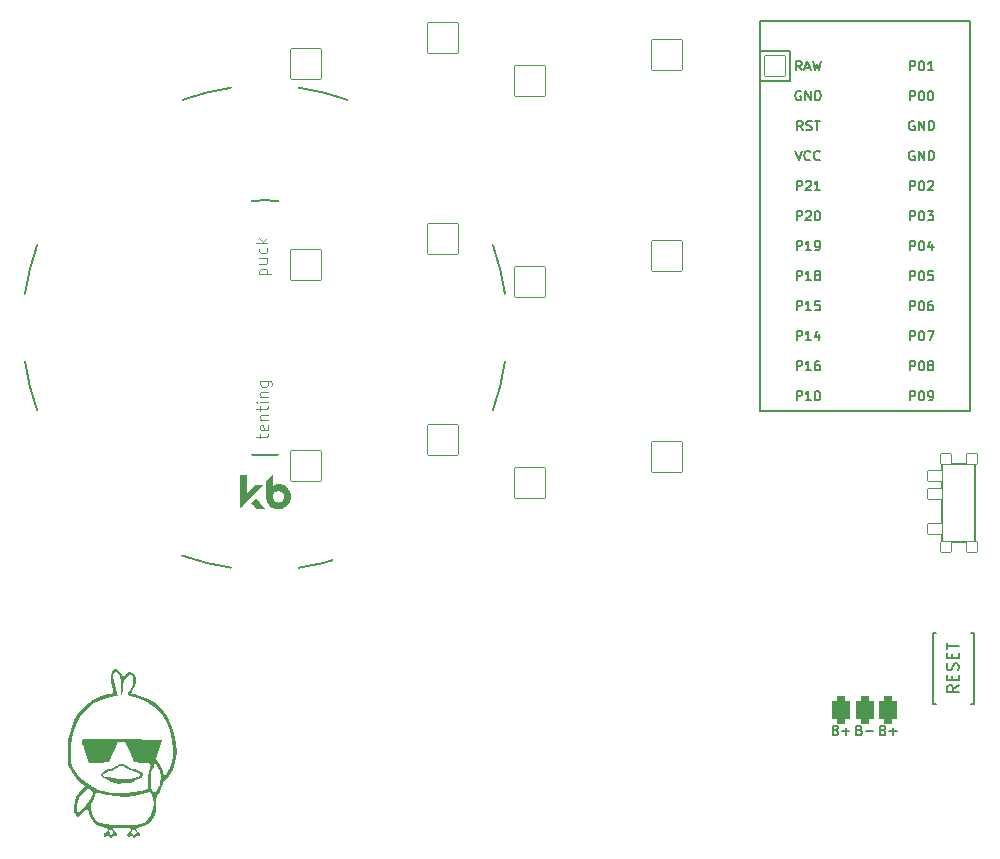
<source format=gto>
%TF.GenerationSoftware,KiCad,Pcbnew,(6.0.4)*%
%TF.CreationDate,2022-05-01T21:13:42+02:00*%
%TF.ProjectId,batta,62617474-612e-46b6-9963-61645f706362,v1.0.0*%
%TF.SameCoordinates,Original*%
%TF.FileFunction,Legend,Top*%
%TF.FilePolarity,Positive*%
%FSLAX46Y46*%
G04 Gerber Fmt 4.6, Leading zero omitted, Abs format (unit mm)*
G04 Created by KiCad (PCBNEW (6.0.4)) date 2022-05-01 21:13:42*
%MOMM*%
%LPD*%
G01*
G04 APERTURE LIST*
G04 Aperture macros list*
%AMRoundRect*
0 Rectangle with rounded corners*
0 $1 Rounding radius*
0 $2 $3 $4 $5 $6 $7 $8 $9 X,Y pos of 4 corners*
0 Add a 4 corners polygon primitive as box body*
4,1,4,$2,$3,$4,$5,$6,$7,$8,$9,$2,$3,0*
0 Add four circle primitives for the rounded corners*
1,1,$1+$1,$2,$3*
1,1,$1+$1,$4,$5*
1,1,$1+$1,$6,$7*
1,1,$1+$1,$8,$9*
0 Add four rect primitives between the rounded corners*
20,1,$1+$1,$2,$3,$4,$5,0*
20,1,$1+$1,$4,$5,$6,$7,0*
20,1,$1+$1,$6,$7,$8,$9,0*
20,1,$1+$1,$8,$9,$2,$3,0*%
G04 Aperture macros list end*
%ADD10C,0.150000*%
%ADD11C,0.100000*%
%ADD12C,0.200000*%
%ADD13C,0.010000*%
%ADD14C,1.752600*%
%ADD15R,1.752600X1.752600*%
%ADD16RoundRect,0.375000X-0.375000X-0.750000X0.375000X-0.750000X0.375000X0.750000X-0.375000X0.750000X0*%
%ADD17C,2.000000*%
%ADD18C,1.852600*%
%ADD19RoundRect,0.050000X-0.876300X0.876300X-0.876300X-0.876300X0.876300X-0.876300X0.876300X0.876300X0*%
%ADD20RoundRect,0.050000X-0.450000X0.450000X-0.450000X-0.450000X0.450000X-0.450000X0.450000X0.450000X0*%
%ADD21RoundRect,0.050000X-0.625000X0.450000X-0.625000X-0.450000X0.625000X-0.450000X0.625000X0.450000X0*%
%ADD22RoundRect,0.425000X-0.375000X-0.750000X0.375000X-0.750000X0.375000X0.750000X-0.375000X0.750000X0*%
%ADD23C,2.100000*%
%ADD24C,3.100000*%
%ADD25C,1.801800*%
%ADD26C,3.529000*%
%ADD27RoundRect,0.050000X-1.054507X-1.505993X1.505993X-1.054507X1.054507X1.505993X-1.505993X1.054507X0*%
%ADD28C,2.132000*%
%ADD29RoundRect,0.050000X-1.181751X-1.408356X1.408356X-1.181751X1.181751X1.408356X-1.408356X1.181751X0*%
%ADD30RoundRect,0.050000X-1.300000X-1.300000X1.300000X-1.300000X1.300000X1.300000X-1.300000X1.300000X0*%
%ADD31RoundRect,0.050000X-1.775833X-0.475833X0.475833X-1.775833X1.775833X0.475833X-0.475833X1.775833X0*%
%ADD32C,1.100000*%
%ADD33RoundRect,0.050000X-0.863113X-1.623279X1.623279X-0.863113X0.863113X1.623279X-1.623279X0.863113X0*%
%ADD34C,4.500000*%
%ADD35RoundRect,0.050000X-1.592168X-0.919239X0.919239X-1.592168X1.592168X0.919239X-0.919239X1.592168X0*%
G04 APERTURE END LIST*
D10*
%TO.C,MCU1*%
X148544420Y103104578D02*
X148811087Y102304578D01*
X149077753Y103104578D01*
X149801563Y102380768D02*
X149763467Y102342673D01*
X149649182Y102304578D01*
X149572991Y102304578D01*
X149458706Y102342673D01*
X149382515Y102418863D01*
X149344420Y102495054D01*
X149306325Y102647435D01*
X149306325Y102761721D01*
X149344420Y102914102D01*
X149382515Y102990292D01*
X149458706Y103066483D01*
X149572991Y103104578D01*
X149649182Y103104578D01*
X149763467Y103066483D01*
X149801563Y103028387D01*
X150601563Y102380768D02*
X150563467Y102342673D01*
X150449182Y102304578D01*
X150372991Y102304578D01*
X150258706Y102342673D01*
X150182515Y102418863D01*
X150144420Y102495054D01*
X150106325Y102647435D01*
X150106325Y102761721D01*
X150144420Y102914102D01*
X150182515Y102990292D01*
X150258706Y103066483D01*
X150372991Y103104578D01*
X150449182Y103104578D01*
X150563467Y103066483D01*
X150601563Y103028387D01*
X158239658Y89604578D02*
X158239658Y90404578D01*
X158544420Y90404578D01*
X158620610Y90366483D01*
X158658706Y90328387D01*
X158696801Y90252197D01*
X158696801Y90137911D01*
X158658706Y90061721D01*
X158620610Y90023625D01*
X158544420Y89985530D01*
X158239658Y89985530D01*
X159192039Y90404578D02*
X159268229Y90404578D01*
X159344420Y90366483D01*
X159382515Y90328387D01*
X159420610Y90252197D01*
X159458706Y90099816D01*
X159458706Y89909340D01*
X159420610Y89756959D01*
X159382515Y89680768D01*
X159344420Y89642673D01*
X159268229Y89604578D01*
X159192039Y89604578D01*
X159115848Y89642673D01*
X159077753Y89680768D01*
X159039658Y89756959D01*
X159001563Y89909340D01*
X159001563Y90099816D01*
X159039658Y90252197D01*
X159077753Y90328387D01*
X159115848Y90366483D01*
X159192039Y90404578D01*
X160144420Y90404578D02*
X159992039Y90404578D01*
X159915848Y90366483D01*
X159877753Y90328387D01*
X159801563Y90214102D01*
X159763467Y90061721D01*
X159763467Y89756959D01*
X159801563Y89680768D01*
X159839658Y89642673D01*
X159915848Y89604578D01*
X160068229Y89604578D01*
X160144420Y89642673D01*
X160182515Y89680768D01*
X160220610Y89756959D01*
X160220610Y89947435D01*
X160182515Y90023625D01*
X160144420Y90061721D01*
X160068229Y90099816D01*
X159915848Y90099816D01*
X159839658Y90061721D01*
X159801563Y90023625D01*
X159763467Y89947435D01*
X148639658Y89604578D02*
X148639658Y90404578D01*
X148944420Y90404578D01*
X149020610Y90366483D01*
X149058706Y90328387D01*
X149096801Y90252197D01*
X149096801Y90137911D01*
X149058706Y90061721D01*
X149020610Y90023625D01*
X148944420Y89985530D01*
X148639658Y89985530D01*
X149858706Y89604578D02*
X149401563Y89604578D01*
X149630134Y89604578D02*
X149630134Y90404578D01*
X149553944Y90290292D01*
X149477753Y90214102D01*
X149401563Y90176006D01*
X150582515Y90404578D02*
X150201563Y90404578D01*
X150163467Y90023625D01*
X150201563Y90061721D01*
X150277753Y90099816D01*
X150468229Y90099816D01*
X150544420Y90061721D01*
X150582515Y90023625D01*
X150620610Y89947435D01*
X150620610Y89756959D01*
X150582515Y89680768D01*
X150544420Y89642673D01*
X150468229Y89604578D01*
X150277753Y89604578D01*
X150201563Y89642673D01*
X150163467Y89680768D01*
X149001563Y108146483D02*
X148925372Y108184578D01*
X148811087Y108184578D01*
X148696801Y108146483D01*
X148620610Y108070292D01*
X148582515Y107994102D01*
X148544420Y107841721D01*
X148544420Y107727435D01*
X148582515Y107575054D01*
X148620610Y107498863D01*
X148696801Y107422673D01*
X148811087Y107384578D01*
X148887277Y107384578D01*
X149001563Y107422673D01*
X149039658Y107460768D01*
X149039658Y107727435D01*
X148887277Y107727435D01*
X149382515Y107384578D02*
X149382515Y108184578D01*
X149839658Y107384578D01*
X149839658Y108184578D01*
X150220610Y107384578D02*
X150220610Y108184578D01*
X150411087Y108184578D01*
X150525372Y108146483D01*
X150601563Y108070292D01*
X150639658Y107994102D01*
X150677753Y107841721D01*
X150677753Y107727435D01*
X150639658Y107575054D01*
X150601563Y107498863D01*
X150525372Y107422673D01*
X150411087Y107384578D01*
X150220610Y107384578D01*
X158239658Y92144578D02*
X158239658Y92944578D01*
X158544420Y92944578D01*
X158620610Y92906483D01*
X158658706Y92868387D01*
X158696801Y92792197D01*
X158696801Y92677911D01*
X158658706Y92601721D01*
X158620610Y92563625D01*
X158544420Y92525530D01*
X158239658Y92525530D01*
X159192039Y92944578D02*
X159268229Y92944578D01*
X159344420Y92906483D01*
X159382515Y92868387D01*
X159420610Y92792197D01*
X159458706Y92639816D01*
X159458706Y92449340D01*
X159420610Y92296959D01*
X159382515Y92220768D01*
X159344420Y92182673D01*
X159268229Y92144578D01*
X159192039Y92144578D01*
X159115848Y92182673D01*
X159077753Y92220768D01*
X159039658Y92296959D01*
X159001563Y92449340D01*
X159001563Y92639816D01*
X159039658Y92792197D01*
X159077753Y92868387D01*
X159115848Y92906483D01*
X159192039Y92944578D01*
X160182515Y92944578D02*
X159801563Y92944578D01*
X159763467Y92563625D01*
X159801563Y92601721D01*
X159877753Y92639816D01*
X160068229Y92639816D01*
X160144420Y92601721D01*
X160182515Y92563625D01*
X160220610Y92487435D01*
X160220610Y92296959D01*
X160182515Y92220768D01*
X160144420Y92182673D01*
X160068229Y92144578D01*
X159877753Y92144578D01*
X159801563Y92182673D01*
X159763467Y92220768D01*
X158239658Y94684578D02*
X158239658Y95484578D01*
X158544420Y95484578D01*
X158620610Y95446483D01*
X158658706Y95408387D01*
X158696801Y95332197D01*
X158696801Y95217911D01*
X158658706Y95141721D01*
X158620610Y95103625D01*
X158544420Y95065530D01*
X158239658Y95065530D01*
X159192039Y95484578D02*
X159268229Y95484578D01*
X159344420Y95446483D01*
X159382515Y95408387D01*
X159420610Y95332197D01*
X159458706Y95179816D01*
X159458706Y94989340D01*
X159420610Y94836959D01*
X159382515Y94760768D01*
X159344420Y94722673D01*
X159268229Y94684578D01*
X159192039Y94684578D01*
X159115848Y94722673D01*
X159077753Y94760768D01*
X159039658Y94836959D01*
X159001563Y94989340D01*
X159001563Y95179816D01*
X159039658Y95332197D01*
X159077753Y95408387D01*
X159115848Y95446483D01*
X159192039Y95484578D01*
X160144420Y95217911D02*
X160144420Y94684578D01*
X159953944Y95522673D02*
X159763467Y94951244D01*
X160258706Y94951244D01*
X148639658Y94684578D02*
X148639658Y95484578D01*
X148944420Y95484578D01*
X149020610Y95446483D01*
X149058706Y95408387D01*
X149096801Y95332197D01*
X149096801Y95217911D01*
X149058706Y95141721D01*
X149020610Y95103625D01*
X148944420Y95065530D01*
X148639658Y95065530D01*
X149858706Y94684578D02*
X149401563Y94684578D01*
X149630134Y94684578D02*
X149630134Y95484578D01*
X149553944Y95370292D01*
X149477753Y95294102D01*
X149401563Y95256006D01*
X150239658Y94684578D02*
X150392039Y94684578D01*
X150468229Y94722673D01*
X150506325Y94760768D01*
X150582515Y94875054D01*
X150620610Y95027435D01*
X150620610Y95332197D01*
X150582515Y95408387D01*
X150544420Y95446483D01*
X150468229Y95484578D01*
X150315848Y95484578D01*
X150239658Y95446483D01*
X150201563Y95408387D01*
X150163467Y95332197D01*
X150163467Y95141721D01*
X150201563Y95065530D01*
X150239658Y95027435D01*
X150315848Y94989340D01*
X150468229Y94989340D01*
X150544420Y95027435D01*
X150582515Y95065530D01*
X150620610Y95141721D01*
X158239658Y87064578D02*
X158239658Y87864578D01*
X158544420Y87864578D01*
X158620610Y87826483D01*
X158658706Y87788387D01*
X158696801Y87712197D01*
X158696801Y87597911D01*
X158658706Y87521721D01*
X158620610Y87483625D01*
X158544420Y87445530D01*
X158239658Y87445530D01*
X159192039Y87864578D02*
X159268229Y87864578D01*
X159344420Y87826483D01*
X159382515Y87788387D01*
X159420610Y87712197D01*
X159458706Y87559816D01*
X159458706Y87369340D01*
X159420610Y87216959D01*
X159382515Y87140768D01*
X159344420Y87102673D01*
X159268229Y87064578D01*
X159192039Y87064578D01*
X159115848Y87102673D01*
X159077753Y87140768D01*
X159039658Y87216959D01*
X159001563Y87369340D01*
X159001563Y87559816D01*
X159039658Y87712197D01*
X159077753Y87788387D01*
X159115848Y87826483D01*
X159192039Y87864578D01*
X159725372Y87864578D02*
X160258706Y87864578D01*
X159915848Y87064578D01*
X158601563Y105606483D02*
X158525372Y105644578D01*
X158411087Y105644578D01*
X158296801Y105606483D01*
X158220610Y105530292D01*
X158182515Y105454102D01*
X158144420Y105301721D01*
X158144420Y105187435D01*
X158182515Y105035054D01*
X158220610Y104958863D01*
X158296801Y104882673D01*
X158411087Y104844578D01*
X158487277Y104844578D01*
X158601563Y104882673D01*
X158639658Y104920768D01*
X158639658Y105187435D01*
X158487277Y105187435D01*
X158982515Y104844578D02*
X158982515Y105644578D01*
X159439658Y104844578D01*
X159439658Y105644578D01*
X159820610Y104844578D02*
X159820610Y105644578D01*
X160011087Y105644578D01*
X160125372Y105606483D01*
X160201563Y105530292D01*
X160239658Y105454102D01*
X160277753Y105301721D01*
X160277753Y105187435D01*
X160239658Y105035054D01*
X160201563Y104958863D01*
X160125372Y104882673D01*
X160011087Y104844578D01*
X159820610Y104844578D01*
X158239658Y97224578D02*
X158239658Y98024578D01*
X158544420Y98024578D01*
X158620610Y97986483D01*
X158658706Y97948387D01*
X158696801Y97872197D01*
X158696801Y97757911D01*
X158658706Y97681721D01*
X158620610Y97643625D01*
X158544420Y97605530D01*
X158239658Y97605530D01*
X159192039Y98024578D02*
X159268229Y98024578D01*
X159344420Y97986483D01*
X159382515Y97948387D01*
X159420610Y97872197D01*
X159458706Y97719816D01*
X159458706Y97529340D01*
X159420610Y97376959D01*
X159382515Y97300768D01*
X159344420Y97262673D01*
X159268229Y97224578D01*
X159192039Y97224578D01*
X159115848Y97262673D01*
X159077753Y97300768D01*
X159039658Y97376959D01*
X159001563Y97529340D01*
X159001563Y97719816D01*
X159039658Y97872197D01*
X159077753Y97948387D01*
X159115848Y97986483D01*
X159192039Y98024578D01*
X159725372Y98024578D02*
X160220610Y98024578D01*
X159953944Y97719816D01*
X160068229Y97719816D01*
X160144420Y97681721D01*
X160182515Y97643625D01*
X160220610Y97567435D01*
X160220610Y97376959D01*
X160182515Y97300768D01*
X160144420Y97262673D01*
X160068229Y97224578D01*
X159839658Y97224578D01*
X159763467Y97262673D01*
X159725372Y97300768D01*
X149058706Y109924578D02*
X148792039Y110305530D01*
X148601563Y109924578D02*
X148601563Y110724578D01*
X148906325Y110724578D01*
X148982515Y110686483D01*
X149020610Y110648387D01*
X149058706Y110572197D01*
X149058706Y110457911D01*
X149020610Y110381721D01*
X148982515Y110343625D01*
X148906325Y110305530D01*
X148601563Y110305530D01*
X149363467Y110153149D02*
X149744420Y110153149D01*
X149287277Y109924578D02*
X149553944Y110724578D01*
X149820610Y109924578D01*
X150011087Y110724578D02*
X150201563Y109924578D01*
X150353944Y110496006D01*
X150506325Y109924578D01*
X150696801Y110724578D01*
X158239658Y107384578D02*
X158239658Y108184578D01*
X158544420Y108184578D01*
X158620610Y108146483D01*
X158658706Y108108387D01*
X158696801Y108032197D01*
X158696801Y107917911D01*
X158658706Y107841721D01*
X158620610Y107803625D01*
X158544420Y107765530D01*
X158239658Y107765530D01*
X159192039Y108184578D02*
X159268229Y108184578D01*
X159344420Y108146483D01*
X159382515Y108108387D01*
X159420610Y108032197D01*
X159458706Y107879816D01*
X159458706Y107689340D01*
X159420610Y107536959D01*
X159382515Y107460768D01*
X159344420Y107422673D01*
X159268229Y107384578D01*
X159192039Y107384578D01*
X159115848Y107422673D01*
X159077753Y107460768D01*
X159039658Y107536959D01*
X159001563Y107689340D01*
X159001563Y107879816D01*
X159039658Y108032197D01*
X159077753Y108108387D01*
X159115848Y108146483D01*
X159192039Y108184578D01*
X159953944Y108184578D02*
X160030134Y108184578D01*
X160106325Y108146483D01*
X160144420Y108108387D01*
X160182515Y108032197D01*
X160220610Y107879816D01*
X160220610Y107689340D01*
X160182515Y107536959D01*
X160144420Y107460768D01*
X160106325Y107422673D01*
X160030134Y107384578D01*
X159953944Y107384578D01*
X159877753Y107422673D01*
X159839658Y107460768D01*
X159801563Y107536959D01*
X159763467Y107689340D01*
X159763467Y107879816D01*
X159801563Y108032197D01*
X159839658Y108108387D01*
X159877753Y108146483D01*
X159953944Y108184578D01*
X158601563Y103066483D02*
X158525372Y103104578D01*
X158411087Y103104578D01*
X158296801Y103066483D01*
X158220610Y102990292D01*
X158182515Y102914102D01*
X158144420Y102761721D01*
X158144420Y102647435D01*
X158182515Y102495054D01*
X158220610Y102418863D01*
X158296801Y102342673D01*
X158411087Y102304578D01*
X158487277Y102304578D01*
X158601563Y102342673D01*
X158639658Y102380768D01*
X158639658Y102647435D01*
X158487277Y102647435D01*
X158982515Y102304578D02*
X158982515Y103104578D01*
X159439658Y102304578D01*
X159439658Y103104578D01*
X159820610Y102304578D02*
X159820610Y103104578D01*
X160011087Y103104578D01*
X160125372Y103066483D01*
X160201563Y102990292D01*
X160239658Y102914102D01*
X160277753Y102761721D01*
X160277753Y102647435D01*
X160239658Y102495054D01*
X160201563Y102418863D01*
X160125372Y102342673D01*
X160011087Y102304578D01*
X159820610Y102304578D01*
X148639658Y81984578D02*
X148639658Y82784578D01*
X148944420Y82784578D01*
X149020610Y82746483D01*
X149058706Y82708387D01*
X149096801Y82632197D01*
X149096801Y82517911D01*
X149058706Y82441721D01*
X149020610Y82403625D01*
X148944420Y82365530D01*
X148639658Y82365530D01*
X149858706Y81984578D02*
X149401563Y81984578D01*
X149630134Y81984578D02*
X149630134Y82784578D01*
X149553944Y82670292D01*
X149477753Y82594102D01*
X149401563Y82556006D01*
X150353944Y82784578D02*
X150430134Y82784578D01*
X150506325Y82746483D01*
X150544420Y82708387D01*
X150582515Y82632197D01*
X150620610Y82479816D01*
X150620610Y82289340D01*
X150582515Y82136959D01*
X150544420Y82060768D01*
X150506325Y82022673D01*
X150430134Y81984578D01*
X150353944Y81984578D01*
X150277753Y82022673D01*
X150239658Y82060768D01*
X150201563Y82136959D01*
X150163467Y82289340D01*
X150163467Y82479816D01*
X150201563Y82632197D01*
X150239658Y82708387D01*
X150277753Y82746483D01*
X150353944Y82784578D01*
X148639658Y92144578D02*
X148639658Y92944578D01*
X148944420Y92944578D01*
X149020610Y92906483D01*
X149058706Y92868387D01*
X149096801Y92792197D01*
X149096801Y92677911D01*
X149058706Y92601721D01*
X149020610Y92563625D01*
X148944420Y92525530D01*
X148639658Y92525530D01*
X149858706Y92144578D02*
X149401563Y92144578D01*
X149630134Y92144578D02*
X149630134Y92944578D01*
X149553944Y92830292D01*
X149477753Y92754102D01*
X149401563Y92716006D01*
X150315848Y92601721D02*
X150239658Y92639816D01*
X150201563Y92677911D01*
X150163467Y92754102D01*
X150163467Y92792197D01*
X150201563Y92868387D01*
X150239658Y92906483D01*
X150315848Y92944578D01*
X150468229Y92944578D01*
X150544420Y92906483D01*
X150582515Y92868387D01*
X150620610Y92792197D01*
X150620610Y92754102D01*
X150582515Y92677911D01*
X150544420Y92639816D01*
X150468229Y92601721D01*
X150315848Y92601721D01*
X150239658Y92563625D01*
X150201563Y92525530D01*
X150163467Y92449340D01*
X150163467Y92296959D01*
X150201563Y92220768D01*
X150239658Y92182673D01*
X150315848Y92144578D01*
X150468229Y92144578D01*
X150544420Y92182673D01*
X150582515Y92220768D01*
X150620610Y92296959D01*
X150620610Y92449340D01*
X150582515Y92525530D01*
X150544420Y92563625D01*
X150468229Y92601721D01*
X158239658Y99764578D02*
X158239658Y100564578D01*
X158544420Y100564578D01*
X158620610Y100526483D01*
X158658706Y100488387D01*
X158696801Y100412197D01*
X158696801Y100297911D01*
X158658706Y100221721D01*
X158620610Y100183625D01*
X158544420Y100145530D01*
X158239658Y100145530D01*
X159192039Y100564578D02*
X159268229Y100564578D01*
X159344420Y100526483D01*
X159382515Y100488387D01*
X159420610Y100412197D01*
X159458706Y100259816D01*
X159458706Y100069340D01*
X159420610Y99916959D01*
X159382515Y99840768D01*
X159344420Y99802673D01*
X159268229Y99764578D01*
X159192039Y99764578D01*
X159115848Y99802673D01*
X159077753Y99840768D01*
X159039658Y99916959D01*
X159001563Y100069340D01*
X159001563Y100259816D01*
X159039658Y100412197D01*
X159077753Y100488387D01*
X159115848Y100526483D01*
X159192039Y100564578D01*
X159763467Y100488387D02*
X159801563Y100526483D01*
X159877753Y100564578D01*
X160068229Y100564578D01*
X160144420Y100526483D01*
X160182515Y100488387D01*
X160220610Y100412197D01*
X160220610Y100336006D01*
X160182515Y100221721D01*
X159725372Y99764578D01*
X160220610Y99764578D01*
X149172991Y104844578D02*
X148906325Y105225530D01*
X148715848Y104844578D02*
X148715848Y105644578D01*
X149020610Y105644578D01*
X149096801Y105606483D01*
X149134896Y105568387D01*
X149172991Y105492197D01*
X149172991Y105377911D01*
X149134896Y105301721D01*
X149096801Y105263625D01*
X149020610Y105225530D01*
X148715848Y105225530D01*
X149477753Y104882673D02*
X149592039Y104844578D01*
X149782515Y104844578D01*
X149858706Y104882673D01*
X149896801Y104920768D01*
X149934896Y104996959D01*
X149934896Y105073149D01*
X149896801Y105149340D01*
X149858706Y105187435D01*
X149782515Y105225530D01*
X149630134Y105263625D01*
X149553944Y105301721D01*
X149515848Y105339816D01*
X149477753Y105416006D01*
X149477753Y105492197D01*
X149515848Y105568387D01*
X149553944Y105606483D01*
X149630134Y105644578D01*
X149820610Y105644578D01*
X149934896Y105606483D01*
X150163467Y105644578D02*
X150620610Y105644578D01*
X150392039Y104844578D02*
X150392039Y105644578D01*
X148639658Y84524578D02*
X148639658Y85324578D01*
X148944420Y85324578D01*
X149020610Y85286483D01*
X149058706Y85248387D01*
X149096801Y85172197D01*
X149096801Y85057911D01*
X149058706Y84981721D01*
X149020610Y84943625D01*
X148944420Y84905530D01*
X148639658Y84905530D01*
X149858706Y84524578D02*
X149401563Y84524578D01*
X149630134Y84524578D02*
X149630134Y85324578D01*
X149553944Y85210292D01*
X149477753Y85134102D01*
X149401563Y85096006D01*
X150544420Y85324578D02*
X150392039Y85324578D01*
X150315848Y85286483D01*
X150277753Y85248387D01*
X150201563Y85134102D01*
X150163467Y84981721D01*
X150163467Y84676959D01*
X150201563Y84600768D01*
X150239658Y84562673D01*
X150315848Y84524578D01*
X150468229Y84524578D01*
X150544420Y84562673D01*
X150582515Y84600768D01*
X150620610Y84676959D01*
X150620610Y84867435D01*
X150582515Y84943625D01*
X150544420Y84981721D01*
X150468229Y85019816D01*
X150315848Y85019816D01*
X150239658Y84981721D01*
X150201563Y84943625D01*
X150163467Y84867435D01*
X158239658Y81984578D02*
X158239658Y82784578D01*
X158544420Y82784578D01*
X158620610Y82746483D01*
X158658706Y82708387D01*
X158696801Y82632197D01*
X158696801Y82517911D01*
X158658706Y82441721D01*
X158620610Y82403625D01*
X158544420Y82365530D01*
X158239658Y82365530D01*
X159192039Y82784578D02*
X159268229Y82784578D01*
X159344420Y82746483D01*
X159382515Y82708387D01*
X159420610Y82632197D01*
X159458706Y82479816D01*
X159458706Y82289340D01*
X159420610Y82136959D01*
X159382515Y82060768D01*
X159344420Y82022673D01*
X159268229Y81984578D01*
X159192039Y81984578D01*
X159115848Y82022673D01*
X159077753Y82060768D01*
X159039658Y82136959D01*
X159001563Y82289340D01*
X159001563Y82479816D01*
X159039658Y82632197D01*
X159077753Y82708387D01*
X159115848Y82746483D01*
X159192039Y82784578D01*
X159839658Y81984578D02*
X159992039Y81984578D01*
X160068229Y82022673D01*
X160106325Y82060768D01*
X160182515Y82175054D01*
X160220610Y82327435D01*
X160220610Y82632197D01*
X160182515Y82708387D01*
X160144420Y82746483D01*
X160068229Y82784578D01*
X159915848Y82784578D01*
X159839658Y82746483D01*
X159801563Y82708387D01*
X159763467Y82632197D01*
X159763467Y82441721D01*
X159801563Y82365530D01*
X159839658Y82327435D01*
X159915848Y82289340D01*
X160068229Y82289340D01*
X160144420Y82327435D01*
X160182515Y82365530D01*
X160220610Y82441721D01*
X148639658Y97224578D02*
X148639658Y98024578D01*
X148944420Y98024578D01*
X149020610Y97986483D01*
X149058706Y97948387D01*
X149096801Y97872197D01*
X149096801Y97757911D01*
X149058706Y97681721D01*
X149020610Y97643625D01*
X148944420Y97605530D01*
X148639658Y97605530D01*
X149401563Y97948387D02*
X149439658Y97986483D01*
X149515848Y98024578D01*
X149706325Y98024578D01*
X149782515Y97986483D01*
X149820610Y97948387D01*
X149858706Y97872197D01*
X149858706Y97796006D01*
X149820610Y97681721D01*
X149363467Y97224578D01*
X149858706Y97224578D01*
X150353944Y98024578D02*
X150430134Y98024578D01*
X150506325Y97986483D01*
X150544420Y97948387D01*
X150582515Y97872197D01*
X150620610Y97719816D01*
X150620610Y97529340D01*
X150582515Y97376959D01*
X150544420Y97300768D01*
X150506325Y97262673D01*
X150430134Y97224578D01*
X150353944Y97224578D01*
X150277753Y97262673D01*
X150239658Y97300768D01*
X150201563Y97376959D01*
X150163467Y97529340D01*
X150163467Y97719816D01*
X150201563Y97872197D01*
X150239658Y97948387D01*
X150277753Y97986483D01*
X150353944Y98024578D01*
X148639658Y87064578D02*
X148639658Y87864578D01*
X148944420Y87864578D01*
X149020610Y87826483D01*
X149058706Y87788387D01*
X149096801Y87712197D01*
X149096801Y87597911D01*
X149058706Y87521721D01*
X149020610Y87483625D01*
X148944420Y87445530D01*
X148639658Y87445530D01*
X149858706Y87064578D02*
X149401563Y87064578D01*
X149630134Y87064578D02*
X149630134Y87864578D01*
X149553944Y87750292D01*
X149477753Y87674102D01*
X149401563Y87636006D01*
X150544420Y87597911D02*
X150544420Y87064578D01*
X150353944Y87902673D02*
X150163467Y87331244D01*
X150658706Y87331244D01*
X148639658Y99764578D02*
X148639658Y100564578D01*
X148944420Y100564578D01*
X149020610Y100526483D01*
X149058706Y100488387D01*
X149096801Y100412197D01*
X149096801Y100297911D01*
X149058706Y100221721D01*
X149020610Y100183625D01*
X148944420Y100145530D01*
X148639658Y100145530D01*
X149401563Y100488387D02*
X149439658Y100526483D01*
X149515848Y100564578D01*
X149706325Y100564578D01*
X149782515Y100526483D01*
X149820610Y100488387D01*
X149858706Y100412197D01*
X149858706Y100336006D01*
X149820610Y100221721D01*
X149363467Y99764578D01*
X149858706Y99764578D01*
X150620610Y99764578D02*
X150163467Y99764578D01*
X150392039Y99764578D02*
X150392039Y100564578D01*
X150315848Y100450292D01*
X150239658Y100374102D01*
X150163467Y100336006D01*
X158239658Y109924578D02*
X158239658Y110724578D01*
X158544420Y110724578D01*
X158620610Y110686483D01*
X158658706Y110648387D01*
X158696801Y110572197D01*
X158696801Y110457911D01*
X158658706Y110381721D01*
X158620610Y110343625D01*
X158544420Y110305530D01*
X158239658Y110305530D01*
X159192039Y110724578D02*
X159268229Y110724578D01*
X159344420Y110686483D01*
X159382515Y110648387D01*
X159420610Y110572197D01*
X159458706Y110419816D01*
X159458706Y110229340D01*
X159420610Y110076959D01*
X159382515Y110000768D01*
X159344420Y109962673D01*
X159268229Y109924578D01*
X159192039Y109924578D01*
X159115848Y109962673D01*
X159077753Y110000768D01*
X159039658Y110076959D01*
X159001563Y110229340D01*
X159001563Y110419816D01*
X159039658Y110572197D01*
X159077753Y110648387D01*
X159115848Y110686483D01*
X159192039Y110724578D01*
X160220610Y109924578D02*
X159763467Y109924578D01*
X159992039Y109924578D02*
X159992039Y110724578D01*
X159915848Y110610292D01*
X159839658Y110534102D01*
X159763467Y110496006D01*
X158239658Y84524578D02*
X158239658Y85324578D01*
X158544420Y85324578D01*
X158620610Y85286483D01*
X158658706Y85248387D01*
X158696801Y85172197D01*
X158696801Y85057911D01*
X158658706Y84981721D01*
X158620610Y84943625D01*
X158544420Y84905530D01*
X158239658Y84905530D01*
X159192039Y85324578D02*
X159268229Y85324578D01*
X159344420Y85286483D01*
X159382515Y85248387D01*
X159420610Y85172197D01*
X159458706Y85019816D01*
X159458706Y84829340D01*
X159420610Y84676959D01*
X159382515Y84600768D01*
X159344420Y84562673D01*
X159268229Y84524578D01*
X159192039Y84524578D01*
X159115848Y84562673D01*
X159077753Y84600768D01*
X159039658Y84676959D01*
X159001563Y84829340D01*
X159001563Y85019816D01*
X159039658Y85172197D01*
X159077753Y85248387D01*
X159115848Y85286483D01*
X159192039Y85324578D01*
X159915848Y84981721D02*
X159839658Y85019816D01*
X159801563Y85057911D01*
X159763467Y85134102D01*
X159763467Y85172197D01*
X159801563Y85248387D01*
X159839658Y85286483D01*
X159915848Y85324578D01*
X160068229Y85324578D01*
X160144420Y85286483D01*
X160182515Y85248387D01*
X160220610Y85172197D01*
X160220610Y85134102D01*
X160182515Y85057911D01*
X160144420Y85019816D01*
X160068229Y84981721D01*
X159915848Y84981721D01*
X159839658Y84943625D01*
X159801563Y84905530D01*
X159763467Y84829340D01*
X159763467Y84676959D01*
X159801563Y84600768D01*
X159839658Y84562673D01*
X159915848Y84524578D01*
X160068229Y84524578D01*
X160144420Y84562673D01*
X160182515Y84600768D01*
X160220610Y84676959D01*
X160220610Y84829340D01*
X160182515Y84905530D01*
X160144420Y84943625D01*
X160068229Y84981721D01*
%TO.C,PAD1*%
X153972991Y54073625D02*
X154087277Y54035530D01*
X154125372Y53997435D01*
X154163467Y53921244D01*
X154163467Y53806959D01*
X154125372Y53730768D01*
X154087277Y53692673D01*
X154011087Y53654578D01*
X153706325Y53654578D01*
X153706325Y54454578D01*
X153972991Y54454578D01*
X154049182Y54416483D01*
X154087277Y54378387D01*
X154125372Y54302197D01*
X154125372Y54226006D01*
X154087277Y54149816D01*
X154049182Y54111721D01*
X153972991Y54073625D01*
X153706325Y54073625D01*
X154506325Y53959340D02*
X155115848Y53959340D01*
X151972991Y54073625D02*
X152087277Y54035530D01*
X152125372Y53997435D01*
X152163467Y53921244D01*
X152163467Y53806959D01*
X152125372Y53730768D01*
X152087277Y53692673D01*
X152011087Y53654578D01*
X151706325Y53654578D01*
X151706325Y54454578D01*
X151972991Y54454578D01*
X152049182Y54416483D01*
X152087277Y54378387D01*
X152125372Y54302197D01*
X152125372Y54226006D01*
X152087277Y54149816D01*
X152049182Y54111721D01*
X151972991Y54073625D01*
X151706325Y54073625D01*
X152506325Y53959340D02*
X153115848Y53959340D01*
X152811087Y53654578D02*
X152811087Y54264102D01*
X155972991Y54073625D02*
X156087277Y54035530D01*
X156125372Y53997435D01*
X156163467Y53921244D01*
X156163467Y53806959D01*
X156125372Y53730768D01*
X156087277Y53692673D01*
X156011087Y53654578D01*
X155706325Y53654578D01*
X155706325Y54454578D01*
X155972991Y54454578D01*
X156049182Y54416483D01*
X156087277Y54378387D01*
X156125372Y54302197D01*
X156125372Y54226006D01*
X156087277Y54149816D01*
X156049182Y54111721D01*
X155972991Y54073625D01*
X155706325Y54073625D01*
X156506325Y53959340D02*
X157115848Y53959340D01*
X156811087Y53654578D02*
X156811087Y54264102D01*
%TO.C,B1*%
X162363467Y57864102D02*
X161887277Y57530768D01*
X162363467Y57292673D02*
X161363467Y57292673D01*
X161363467Y57673625D01*
X161411087Y57768863D01*
X161458706Y57816483D01*
X161553944Y57864102D01*
X161696801Y57864102D01*
X161792039Y57816483D01*
X161839658Y57768863D01*
X161887277Y57673625D01*
X161887277Y57292673D01*
X161839658Y58292673D02*
X161839658Y58626006D01*
X162363467Y58768863D02*
X162363467Y58292673D01*
X161363467Y58292673D01*
X161363467Y58768863D01*
X162315848Y59149816D02*
X162363467Y59292673D01*
X162363467Y59530768D01*
X162315848Y59626006D01*
X162268229Y59673625D01*
X162172991Y59721244D01*
X162077753Y59721244D01*
X161982515Y59673625D01*
X161934896Y59626006D01*
X161887277Y59530768D01*
X161839658Y59340292D01*
X161792039Y59245054D01*
X161744420Y59197435D01*
X161649182Y59149816D01*
X161553944Y59149816D01*
X161458706Y59197435D01*
X161411087Y59245054D01*
X161363467Y59340292D01*
X161363467Y59578387D01*
X161411087Y59721244D01*
X161839658Y60149816D02*
X161839658Y60483149D01*
X162363467Y60626006D02*
X162363467Y60149816D01*
X161363467Y60149816D01*
X161363467Y60626006D01*
X161363467Y60911721D02*
X161363467Y61483149D01*
X162363467Y61197435D02*
X161363467Y61197435D01*
D11*
%TO.C,REF\u002A\u002A*%
X103163714Y92670500D02*
X104163714Y92670500D01*
X103211333Y92670500D02*
X103163714Y92765738D01*
X103163714Y92956214D01*
X103211333Y93051452D01*
X103258952Y93099071D01*
X103354190Y93146690D01*
X103639904Y93146690D01*
X103735142Y93099071D01*
X103782761Y93051452D01*
X103830380Y92956214D01*
X103830380Y92765738D01*
X103782761Y92670500D01*
X103163714Y94003833D02*
X103830380Y94003833D01*
X103163714Y93575261D02*
X103687523Y93575261D01*
X103782761Y93622880D01*
X103830380Y93718119D01*
X103830380Y93860976D01*
X103782761Y93956214D01*
X103735142Y94003833D01*
X103782761Y94908595D02*
X103830380Y94813357D01*
X103830380Y94622880D01*
X103782761Y94527642D01*
X103735142Y94480023D01*
X103639904Y94432404D01*
X103354190Y94432404D01*
X103258952Y94480023D01*
X103211333Y94527642D01*
X103163714Y94622880D01*
X103163714Y94813357D01*
X103211333Y94908595D01*
X103830380Y95337166D02*
X102830380Y95337166D01*
X103449428Y95432404D02*
X103830380Y95718119D01*
X103163714Y95718119D02*
X103544666Y95337166D01*
X103227214Y78780000D02*
X103227214Y79160952D01*
X102893880Y78922857D02*
X103751023Y78922857D01*
X103846261Y78970476D01*
X103893880Y79065714D01*
X103893880Y79160952D01*
X103846261Y79875238D02*
X103893880Y79780000D01*
X103893880Y79589523D01*
X103846261Y79494285D01*
X103751023Y79446666D01*
X103370071Y79446666D01*
X103274833Y79494285D01*
X103227214Y79589523D01*
X103227214Y79780000D01*
X103274833Y79875238D01*
X103370071Y79922857D01*
X103465309Y79922857D01*
X103560547Y79446666D01*
X103227214Y80351428D02*
X103893880Y80351428D01*
X103322452Y80351428D02*
X103274833Y80399047D01*
X103227214Y80494285D01*
X103227214Y80637142D01*
X103274833Y80732380D01*
X103370071Y80780000D01*
X103893880Y80780000D01*
X103227214Y81113333D02*
X103227214Y81494285D01*
X102893880Y81256190D02*
X103751023Y81256190D01*
X103846261Y81303809D01*
X103893880Y81399047D01*
X103893880Y81494285D01*
X103893880Y81827619D02*
X103227214Y81827619D01*
X102893880Y81827619D02*
X102941500Y81780000D01*
X102989119Y81827619D01*
X102941500Y81875238D01*
X102893880Y81827619D01*
X102989119Y81827619D01*
X103227214Y82303809D02*
X103893880Y82303809D01*
X103322452Y82303809D02*
X103274833Y82351428D01*
X103227214Y82446666D01*
X103227214Y82589523D01*
X103274833Y82684761D01*
X103370071Y82732380D01*
X103893880Y82732380D01*
X103227214Y83637142D02*
X104036738Y83637142D01*
X104131976Y83589523D01*
X104179595Y83541904D01*
X104227214Y83446666D01*
X104227214Y83303809D01*
X104179595Y83208571D01*
X103846261Y83637142D02*
X103893880Y83541904D01*
X103893880Y83351428D01*
X103846261Y83256190D01*
X103798642Y83208571D01*
X103703404Y83160952D01*
X103417690Y83160952D01*
X103322452Y83208571D01*
X103274833Y83256190D01*
X103227214Y83351428D01*
X103227214Y83541904D01*
X103274833Y83637142D01*
D10*
%TO.C,MCU1*%
X148061087Y109016483D02*
X145521087Y109016483D01*
X163301087Y81076483D02*
X163301087Y114096483D01*
X145521087Y114096483D02*
X145521087Y81076483D01*
X148061087Y111556483D02*
X148061087Y109016483D01*
X145521087Y81076483D02*
X163301087Y81076483D01*
X148061087Y111556483D02*
X145521087Y111556483D01*
X163301087Y114096483D02*
X145521087Y114096483D01*
%TO.C,T1*%
X163761087Y76616483D02*
X160911087Y76616483D01*
X163761087Y71366483D02*
X163761087Y75266483D01*
X160911087Y76616483D02*
X160911087Y70016483D01*
X163761087Y73316483D02*
X163761087Y70016483D01*
X160911087Y70016483D02*
X163761087Y70016483D01*
X163761087Y73316483D02*
X163761087Y76616483D01*
%TO.C,B1*%
X163661087Y62316483D02*
X163661087Y56316483D01*
X160161087Y62316483D02*
X160161087Y56316483D01*
X163661087Y56316483D02*
X163411087Y56316483D01*
X160161087Y62316483D02*
X160411087Y62316483D01*
X160161087Y56316483D02*
X160411087Y56316483D01*
X163661087Y62316483D02*
X163411087Y62316483D01*
%TO.C,G\u002A\u002A\u002A*%
G36*
X90504223Y49751706D02*
G01*
X90360500Y49821081D01*
X90027303Y49996498D01*
X89831844Y50134183D01*
X89751661Y50251266D01*
X89750891Y50257106D01*
X89927130Y50257106D01*
X89943555Y50236223D01*
X90123983Y50141363D01*
X90434248Y50063456D01*
X90835487Y50004850D01*
X91288834Y49967895D01*
X91755425Y49954937D01*
X92196396Y49968327D01*
X92572882Y50010411D01*
X92794667Y50063946D01*
X93022017Y50173540D01*
X93080717Y50288759D01*
X92971306Y50408302D01*
X92694325Y50530865D01*
X92586323Y50565696D01*
X92284810Y50675590D01*
X92027835Y50800634D01*
X91903533Y50886671D01*
X91641922Y51033650D01*
X91356867Y51016450D01*
X91129858Y50888931D01*
X90927029Y50770367D01*
X90639997Y50649272D01*
X90464646Y50591486D01*
X90134632Y50474542D01*
X89952352Y50360963D01*
X89927130Y50257106D01*
X89750891Y50257106D01*
X89746667Y50289127D01*
X89825767Y50476210D01*
X90040908Y50637187D01*
X90358845Y50750092D01*
X90478545Y50772737D01*
X90774681Y50861058D01*
X91055273Y51009006D01*
X91074517Y51022867D01*
X91372795Y51187960D01*
X91640192Y51197658D01*
X91914181Y51051487D01*
X91963440Y51011667D01*
X92175405Y50871562D01*
X92371921Y50800318D01*
X92398996Y50798141D01*
X92586597Y50762614D01*
X92842747Y50675334D01*
X92948908Y50630227D01*
X93179319Y50507134D01*
X93279479Y50393243D01*
X93287575Y50280900D01*
X93211718Y50103879D01*
X93133333Y50032217D01*
X92732004Y49831729D01*
X92425942Y49699662D01*
X92163688Y49619910D01*
X91893781Y49576367D01*
X91609333Y49555225D01*
X91273253Y49544050D01*
X91023142Y49563258D01*
X90789849Y49627570D01*
X90730230Y49653481D01*
X91294044Y49653481D01*
X91400418Y49640197D01*
X91524667Y49637727D01*
X91707788Y49644332D01*
X91758057Y49661218D01*
X91715167Y49674419D01*
X91468449Y49688426D01*
X91334167Y49674419D01*
X91294044Y49653481D01*
X90730230Y49653481D01*
X90578151Y49719576D01*
X90884055Y49719576D01*
X90967278Y49706018D01*
X91077092Y49721584D01*
X91078403Y49750486D01*
X90965086Y49770698D01*
X90916125Y49757170D01*
X90884055Y49719576D01*
X90578151Y49719576D01*
X90504223Y49751706D01*
G37*
G36*
X92117333Y45443312D02*
G01*
X92263540Y45592668D01*
X92286937Y45696462D01*
X92176013Y45761712D01*
X91919257Y45795436D01*
X91524667Y45804667D01*
X91189108Y45797310D01*
X90928943Y45777605D01*
X90781942Y45749097D01*
X90762667Y45733122D01*
X90819279Y45628613D01*
X90932000Y45508333D01*
X91067387Y45341165D01*
X91097233Y45206006D01*
X91020939Y45142079D01*
X90937468Y45150436D01*
X90780860Y45135602D01*
X90728458Y45075644D01*
X90626956Y44966823D01*
X90506213Y45001950D01*
X90455213Y45083450D01*
X90375086Y45163962D01*
X90251769Y45125783D01*
X90082939Y45052079D01*
X90012899Y45088285D01*
X90000667Y45211283D01*
X90041973Y45320075D01*
X90203036Y45320075D01*
X90297585Y45325425D01*
X90369279Y45371053D01*
X90469419Y45414172D01*
X90537204Y45313841D01*
X90549633Y45277285D01*
X90600603Y45154979D01*
X90637643Y45187625D01*
X90649945Y45228474D01*
X90744511Y45332391D01*
X90831471Y45326426D01*
X90903225Y45319653D01*
X90841630Y45394588D01*
X90794030Y45436952D01*
X90642885Y45597619D01*
X90567881Y45720000D01*
X90529843Y45792713D01*
X90515351Y45701812D01*
X90441743Y45550734D01*
X90332082Y45462119D01*
X90214426Y45373346D01*
X90203036Y45320075D01*
X90041973Y45320075D01*
X90067258Y45386672D01*
X90170000Y45485649D01*
X90314231Y45611711D01*
X90302263Y45718440D01*
X90129377Y45812245D01*
X89879139Y45880708D01*
X89425786Y46064981D01*
X89053769Y46382822D01*
X88790341Y46807333D01*
X88712954Y47031686D01*
X88611684Y47410324D01*
X88396009Y47273234D01*
X88181927Y47106204D01*
X87990153Y46914905D01*
X87799972Y46693667D01*
X87620558Y46905333D01*
X87489987Y47180241D01*
X87468718Y47442068D01*
X87715449Y47442068D01*
X87723017Y47216558D01*
X87760010Y47087971D01*
X87784186Y47074667D01*
X87876619Y47129176D01*
X88050418Y47271693D01*
X88223380Y47430221D01*
X88913529Y47430221D01*
X88995471Y47050475D01*
X89096746Y46813915D01*
X89274306Y46542178D01*
X89498130Y46333383D01*
X89789181Y46181432D01*
X90168419Y46080229D01*
X90656806Y46023676D01*
X91275303Y46005675D01*
X91846465Y46014059D01*
X92329045Y46030884D01*
X92680605Y46054516D01*
X92939454Y46090693D01*
X93143903Y46145150D01*
X93332260Y46223624D01*
X93370465Y46242256D01*
X93744166Y46517674D01*
X94016741Y46906486D01*
X94176145Y47378080D01*
X94210334Y47901843D01*
X94160774Y48251036D01*
X94075753Y48558916D01*
X93967551Y48736468D01*
X93801290Y48800246D01*
X93542091Y48766803D01*
X93250429Y48683080D01*
X92573775Y48528041D01*
X91817327Y48450520D01*
X91053416Y48453659D01*
X90354372Y48540603D01*
X90289216Y48554382D01*
X89955320Y48633483D01*
X89673665Y48709770D01*
X89495404Y48769158D01*
X89475053Y48778602D01*
X89373070Y48800658D01*
X89301327Y48712155D01*
X89243952Y48533628D01*
X89153901Y48276554D01*
X89046361Y48066821D01*
X89031424Y48045717D01*
X88924564Y47779890D01*
X88913529Y47430221D01*
X88223380Y47430221D01*
X88255671Y47459817D01*
X88486397Y47719169D01*
X88711054Y48035634D01*
X88901510Y48361811D01*
X89029632Y48650301D01*
X89068506Y48829326D01*
X89000946Y48935990D01*
X88835955Y49053534D01*
X88823387Y49060169D01*
X88675026Y49127257D01*
X88565215Y49124283D01*
X88442265Y49031678D01*
X88274978Y48852562D01*
X88069103Y48591777D01*
X87896154Y48317075D01*
X87843591Y48209213D01*
X87778306Y47987490D01*
X87734736Y47715410D01*
X87715449Y47442068D01*
X87468718Y47442068D01*
X87460447Y47543879D01*
X87522615Y47956541D01*
X87667167Y48378525D01*
X87884781Y48770123D01*
X88125115Y49054092D01*
X88381739Y49297850D01*
X87923244Y49716888D01*
X87446688Y50261863D01*
X87187541Y50699309D01*
X87067386Y50952507D01*
X86988325Y51160285D01*
X86941997Y51369785D01*
X86920039Y51628150D01*
X86914086Y51982525D01*
X86914616Y52237846D01*
X86917740Y52281667D01*
X87173941Y52281667D01*
X87177645Y51868489D01*
X87199067Y51568424D01*
X87247929Y51325438D01*
X87333950Y51083499D01*
X87413089Y50903122D01*
X87756549Y50342255D01*
X88241273Y49832535D01*
X88842364Y49392478D01*
X89534928Y49040600D01*
X90224057Y48812532D01*
X90703031Y48735128D01*
X91283559Y48707253D01*
X91906033Y48726463D01*
X92510848Y48790313D01*
X93038397Y48896360D01*
X93163484Y48933069D01*
X93743968Y49119020D01*
X93690540Y49557344D01*
X93699710Y50020552D01*
X93946126Y50020552D01*
X93947955Y49618011D01*
X93995413Y49257259D01*
X94088020Y48997211D01*
X94095379Y48985520D01*
X94248388Y48752000D01*
X94446529Y48938144D01*
X94586375Y49134049D01*
X94707202Y49410235D01*
X94742109Y49530457D01*
X94796966Y50086417D01*
X94704506Y50629602D01*
X94527926Y51023603D01*
X94404492Y51214714D01*
X94333452Y51273984D01*
X94286892Y51218654D01*
X94273091Y51181000D01*
X94199688Y50990303D01*
X94095487Y50746852D01*
X94081277Y50715333D01*
X93990407Y50405965D01*
X93946126Y50020552D01*
X93699710Y50020552D01*
X93702341Y50153477D01*
X93770827Y50461333D01*
X93882641Y50842247D01*
X93942490Y51087705D01*
X93932205Y51228177D01*
X93833619Y51294134D01*
X93628565Y51316045D01*
X93298875Y51324380D01*
X93255431Y51325736D01*
X92512433Y51350333D01*
X92165607Y52197000D01*
X91818780Y53043667D01*
X91158236Y53043667D01*
X90464488Y51350333D01*
X89612432Y51326369D01*
X88760375Y51302404D01*
X88405734Y52242808D01*
X88271724Y52617411D01*
X88170804Y52937387D01*
X88112950Y53168229D01*
X88107517Y53274508D01*
X88185857Y53298938D01*
X88391214Y53316614D01*
X88730688Y53327606D01*
X89211380Y53331980D01*
X89840392Y53329805D01*
X90624823Y53321149D01*
X91512865Y53307118D01*
X92248855Y53293386D01*
X92930622Y53279060D01*
X93539898Y53264643D01*
X94058411Y53250639D01*
X94467891Y53237554D01*
X94750069Y53225891D01*
X94886673Y53216156D01*
X94896531Y53213691D01*
X94884877Y53124433D01*
X94825520Y52911971D01*
X94729063Y52612082D01*
X94652253Y52389373D01*
X94373234Y51599797D01*
X94597976Y51375054D01*
X94759757Y51145386D01*
X94907376Y50817483D01*
X94965421Y50637039D01*
X95108123Y50123765D01*
X95320642Y50436515D01*
X95583258Y50893902D01*
X95747744Y51369611D01*
X95828402Y51916053D01*
X95842667Y52349453D01*
X95773481Y53257713D01*
X95572080Y54094405D01*
X95247700Y54846916D01*
X94809577Y55502637D01*
X94266947Y56048956D01*
X93629044Y56473262D01*
X92905106Y56762944D01*
X92548963Y56846916D01*
X92219663Y56923552D01*
X92048366Y57017781D01*
X92024088Y57157979D01*
X92135843Y57372524D01*
X92272666Y57560621D01*
X92450317Y57882479D01*
X92498333Y58218676D01*
X92464344Y58540138D01*
X92360472Y58709447D01*
X92183857Y58729953D01*
X92090704Y58696561D01*
X91876808Y58513086D01*
X91711105Y58198090D01*
X91608038Y57785990D01*
X91581499Y57483209D01*
X91562614Y57167336D01*
X91533268Y57009934D01*
X91499910Y57000986D01*
X91468985Y57130475D01*
X91446940Y57388386D01*
X91440000Y57703053D01*
X91414276Y58242946D01*
X91339024Y58646886D01*
X91217124Y58905839D01*
X91051455Y59010770D01*
X91022600Y59012667D01*
X90860751Y58938007D01*
X90799173Y58807926D01*
X90788571Y58589494D01*
X90824211Y58267712D01*
X90895828Y57898858D01*
X90993154Y57539207D01*
X91069243Y57327500D01*
X91140787Y57134187D01*
X91166370Y57022716D01*
X91164033Y57015145D01*
X91075540Y56987479D01*
X90863904Y56936566D01*
X90571978Y56872616D01*
X90521297Y56861985D01*
X89715140Y56623495D01*
X89027288Y56266115D01*
X88450076Y55784119D01*
X87975839Y55171778D01*
X87770649Y54806437D01*
X87464894Y54106223D01*
X87275449Y53426649D01*
X87186153Y52699333D01*
X87173941Y52281667D01*
X86917740Y52281667D01*
X86983922Y53209961D01*
X87178196Y54100466D01*
X87490270Y54898953D01*
X87912975Y55595014D01*
X88439144Y56178241D01*
X89061609Y56638224D01*
X89773202Y56964555D01*
X90260250Y57096064D01*
X90530817Y57156755D01*
X90727451Y57211120D01*
X90796921Y57240699D01*
X90801004Y57339930D01*
X90765411Y57550014D01*
X90718220Y57746604D01*
X90614204Y58264949D01*
X90598479Y58691329D01*
X90670325Y59005694D01*
X90768452Y59144903D01*
X90908685Y59248022D01*
X91036056Y59243239D01*
X91170619Y59176116D01*
X91377983Y59002620D01*
X91509363Y58816498D01*
X91621059Y58584147D01*
X91875692Y58798407D01*
X92085802Y58957237D01*
X92235236Y58996560D01*
X92382679Y58916981D01*
X92502182Y58804849D01*
X92672331Y58522480D01*
X92715710Y58171560D01*
X92632591Y57795491D01*
X92494148Y57532889D01*
X92370821Y57340230D01*
X92306172Y57217299D01*
X92303648Y57196777D01*
X92393295Y57170687D01*
X92599521Y57121611D01*
X92813348Y57074187D01*
X93566709Y56828122D01*
X94241335Y56436989D01*
X94828482Y55909912D01*
X95319406Y55256015D01*
X95705363Y54484422D01*
X95921484Y53830998D01*
X96097146Y52950057D01*
X96139690Y52131605D01*
X96051088Y51387274D01*
X95833313Y50728695D01*
X95488338Y50167498D01*
X95257553Y49916326D01*
X95093497Y49725426D01*
X95002508Y49551718D01*
X94996000Y49510787D01*
X94953990Y49316190D01*
X94849902Y49072370D01*
X94716652Y48841409D01*
X94587155Y48685392D01*
X94543814Y48657889D01*
X94482865Y48592581D01*
X94446736Y48435229D01*
X94431430Y48157704D01*
X94431097Y47864280D01*
X94426592Y47456258D01*
X94396655Y47159840D01*
X94332186Y46918086D01*
X94248911Y46724285D01*
X93959216Y46311861D01*
X93558745Y46011629D01*
X93082172Y45849377D01*
X93069833Y45847352D01*
X92813301Y45776951D01*
X92718833Y45676732D01*
X92788994Y45551564D01*
X92879333Y45485649D01*
X93014724Y45349982D01*
X93039274Y45215190D01*
X92950510Y45133637D01*
X92896267Y45127333D01*
X92704714Y45071084D01*
X92636567Y45021500D01*
X92532129Y44966615D01*
X92426948Y45054460D01*
X92416095Y45068900D01*
X92305008Y45161809D01*
X92247464Y45132400D01*
X92130607Y45049312D01*
X92003808Y45067763D01*
X91948000Y45170496D01*
X91984031Y45259995D01*
X92154701Y45259995D01*
X92169106Y45250200D01*
X92231360Y45295229D01*
X92361020Y45368307D01*
X92447769Y45306915D01*
X92482456Y45250334D01*
X92557322Y45140838D01*
X92594607Y45177281D01*
X92606566Y45228474D01*
X92692620Y45333538D01*
X92778804Y45329547D01*
X92837675Y45331615D01*
X92750500Y45414616D01*
X92731167Y45429234D01*
X92587424Y45580603D01*
X92533982Y45709160D01*
X92519929Y45797530D01*
X92481135Y45720718D01*
X92480873Y45720000D01*
X92394538Y45567764D01*
X92254723Y45383896D01*
X92154701Y45259995D01*
X91984031Y45259995D01*
X92007751Y45318914D01*
X92117333Y45443312D01*
G37*
D12*
%TO.C,REF\u002A\u002A*%
X102503615Y77402136D02*
G75*
G03*
X103632000Y77343000I1128379J10735785D01*
G01*
X84345866Y95146048D02*
G75*
G03*
X83312000Y90995500I19286117J-7008044D01*
G01*
X103632000Y98933000D02*
G75*
G03*
X102503615Y98873864I-6J-10794921D01*
G01*
X122918135Y81129954D02*
G75*
G03*
X123952000Y85280500I-19286185J7008058D01*
G01*
X83312000Y85280500D02*
G75*
G03*
X84345866Y81129953I20319953J2857490D01*
G01*
X106489500Y67818000D02*
G75*
G03*
X110640047Y68851866I-2857500J20320000D01*
G01*
X110640047Y107424134D02*
G75*
G03*
X106489500Y108458000I-7008047J-19286134D01*
G01*
X100774500Y108458000D02*
G75*
G03*
X96623952Y107424134I2857496J-20319983D01*
G01*
X103632000Y77342999D02*
G75*
G03*
X104760385Y77402136I0J10794901D01*
G01*
X123952000Y90995500D02*
G75*
G03*
X122918135Y95146045I-20320019J-2857506D01*
G01*
X104760385Y98873863D02*
G75*
G03*
X103632000Y98933000I-1128385J-10735763D01*
G01*
X96623954Y68851865D02*
G75*
G03*
X100774500Y67818000I7008046J19286135D01*
G01*
G36*
X103705889Y73953411D02*
G01*
X103704486Y74060040D01*
X103703442Y74182696D01*
X103702778Y74319968D01*
X103702517Y74470442D01*
X103702514Y74482178D01*
X103702427Y75173892D01*
X104210131Y75683918D01*
X104210279Y75190350D01*
X104210471Y75086110D01*
X104210960Y74989365D01*
X104211710Y74902479D01*
X104212686Y74827817D01*
X104213855Y74767742D01*
X104215182Y74724619D01*
X104216631Y74700812D01*
X104217539Y74696782D01*
X104229970Y74703096D01*
X104254816Y74719439D01*
X104278950Y74736641D01*
X104393647Y74807363D01*
X104515863Y74856467D01*
X104646246Y74884143D01*
X104785447Y74890581D01*
X104803259Y74889913D01*
X104892894Y74883361D01*
X104969377Y74871424D01*
X105041029Y74851932D01*
X105116167Y74822715D01*
X105186018Y74790076D01*
X105313951Y74714783D01*
X105426871Y74622803D01*
X105523765Y74515814D01*
X105603623Y74395489D01*
X105665433Y74263504D01*
X105708185Y74121535D01*
X105730866Y73971256D01*
X105734427Y73881586D01*
X105724136Y73729108D01*
X105692780Y73584544D01*
X105639635Y73445308D01*
X105582380Y73338389D01*
X105496668Y73218096D01*
X105395055Y73113247D01*
X105279722Y73024925D01*
X105152847Y72954211D01*
X105016611Y72902188D01*
X104873192Y72869935D01*
X104724771Y72858536D01*
X104624525Y72863019D01*
X104479917Y72887900D01*
X104339349Y72934175D01*
X104206176Y73000154D01*
X104083756Y73084151D01*
X103975444Y73184477D01*
X103967050Y73193643D01*
X103885919Y73297763D01*
X103816227Y73415945D01*
X103761061Y73541808D01*
X103723508Y73668968D01*
X103714639Y73715418D01*
X103712026Y73743813D01*
X103709681Y73793885D01*
X103708212Y73844219D01*
X104204550Y73844219D01*
X104215122Y73746670D01*
X104245554Y73652651D01*
X104274208Y73598506D01*
X104341142Y73510223D01*
X104420623Y73439346D01*
X104510055Y73386853D01*
X104606841Y73353721D01*
X104708382Y73340927D01*
X104812083Y73349448D01*
X104884910Y73368736D01*
X104927907Y73384822D01*
X104968812Y73402182D01*
X104984979Y73409958D01*
X105030265Y73440962D01*
X105079588Y73487156D01*
X105127645Y73542612D01*
X105169130Y73601406D01*
X105190618Y73639733D01*
X105210799Y73683979D01*
X105223444Y73722587D01*
X105230801Y73764879D01*
X105235119Y73820182D01*
X105235401Y73825472D01*
X105232033Y73932717D01*
X105209177Y74030609D01*
X105165525Y74124032D01*
X105147755Y74152561D01*
X105083213Y74230465D01*
X105004396Y74292635D01*
X104914760Y74338131D01*
X104817761Y74366009D01*
X104716857Y74375329D01*
X104615505Y74365147D01*
X104517159Y74334522D01*
X104503156Y74328236D01*
X104415204Y74275287D01*
X104341214Y74207073D01*
X104282171Y74126727D01*
X104239058Y74037380D01*
X104212856Y73942167D01*
X104204550Y73844219D01*
X103708212Y73844219D01*
X103707628Y73864222D01*
X103705889Y73953411D01*
G37*
D13*
X103705889Y73953411D02*
X103704486Y74060040D01*
X103703442Y74182696D01*
X103702778Y74319968D01*
X103702517Y74470442D01*
X103702514Y74482178D01*
X103702427Y75173892D01*
X104210131Y75683918D01*
X104210279Y75190350D01*
X104210471Y75086110D01*
X104210960Y74989365D01*
X104211710Y74902479D01*
X104212686Y74827817D01*
X104213855Y74767742D01*
X104215182Y74724619D01*
X104216631Y74700812D01*
X104217539Y74696782D01*
X104229970Y74703096D01*
X104254816Y74719439D01*
X104278950Y74736641D01*
X104393647Y74807363D01*
X104515863Y74856467D01*
X104646246Y74884143D01*
X104785447Y74890581D01*
X104803259Y74889913D01*
X104892894Y74883361D01*
X104969377Y74871424D01*
X105041029Y74851932D01*
X105116167Y74822715D01*
X105186018Y74790076D01*
X105313951Y74714783D01*
X105426871Y74622803D01*
X105523765Y74515814D01*
X105603623Y74395489D01*
X105665433Y74263504D01*
X105708185Y74121535D01*
X105730866Y73971256D01*
X105734427Y73881586D01*
X105724136Y73729108D01*
X105692780Y73584544D01*
X105639635Y73445308D01*
X105582380Y73338389D01*
X105496668Y73218096D01*
X105395055Y73113247D01*
X105279722Y73024925D01*
X105152847Y72954211D01*
X105016611Y72902188D01*
X104873192Y72869935D01*
X104724771Y72858536D01*
X104624525Y72863019D01*
X104479917Y72887900D01*
X104339349Y72934175D01*
X104206176Y73000154D01*
X104083756Y73084151D01*
X103975444Y73184477D01*
X103967050Y73193643D01*
X103885919Y73297763D01*
X103816227Y73415945D01*
X103761061Y73541808D01*
X103723508Y73668968D01*
X103714639Y73715418D01*
X103712026Y73743813D01*
X103709681Y73793885D01*
X103708212Y73844219D01*
X104204550Y73844219D01*
X104215122Y73746670D01*
X104245554Y73652651D01*
X104274208Y73598506D01*
X104341142Y73510223D01*
X104420623Y73439346D01*
X104510055Y73386853D01*
X104606841Y73353721D01*
X104708382Y73340927D01*
X104812083Y73349448D01*
X104884910Y73368736D01*
X104927907Y73384822D01*
X104968812Y73402182D01*
X104984979Y73409958D01*
X105030265Y73440962D01*
X105079588Y73487156D01*
X105127645Y73542612D01*
X105169130Y73601406D01*
X105190618Y73639733D01*
X105210799Y73683979D01*
X105223444Y73722587D01*
X105230801Y73764879D01*
X105235119Y73820182D01*
X105235401Y73825472D01*
X105232033Y73932717D01*
X105209177Y74030609D01*
X105165525Y74124032D01*
X105147755Y74152561D01*
X105083213Y74230465D01*
X105004396Y74292635D01*
X104914760Y74338131D01*
X104817761Y74366009D01*
X104716857Y74375329D01*
X104615505Y74365147D01*
X104517159Y74334522D01*
X104503156Y74328236D01*
X104415204Y74275287D01*
X104341214Y74207073D01*
X104282171Y74126727D01*
X104239058Y74037380D01*
X104212856Y73942167D01*
X104204550Y73844219D01*
X103708212Y73844219D01*
X103707628Y73864222D01*
X103705889Y73953411D01*
G36*
X102812025Y73649602D02*
G01*
X102834728Y73626739D01*
X102869207Y73591208D01*
X102913476Y73545116D01*
X102965543Y73490570D01*
X103023422Y73429676D01*
X103085121Y73364541D01*
X103148654Y73297271D01*
X103212029Y73229973D01*
X103273259Y73164754D01*
X103330355Y73103719D01*
X103381327Y73048976D01*
X103424187Y73002631D01*
X103456945Y72966791D01*
X103477613Y72943562D01*
X103479906Y72940871D01*
X103508207Y72907236D01*
X102888193Y72907236D01*
X102714843Y73083305D01*
X102661101Y73138048D01*
X102610818Y73189561D01*
X102567002Y73234741D01*
X102532656Y73270487D01*
X102510788Y73293696D01*
X102507611Y73297188D01*
X102473729Y73335003D01*
X102634764Y73496347D01*
X102684477Y73545802D01*
X102728701Y73589127D01*
X102764848Y73623840D01*
X102790330Y73647460D01*
X102802559Y73657508D01*
X102803090Y73657691D01*
X102812025Y73649602D01*
G37*
X102812025Y73649602D02*
X102834728Y73626739D01*
X102869207Y73591208D01*
X102913476Y73545116D01*
X102965543Y73490570D01*
X103023422Y73429676D01*
X103085121Y73364541D01*
X103148654Y73297271D01*
X103212029Y73229973D01*
X103273259Y73164754D01*
X103330355Y73103719D01*
X103381327Y73048976D01*
X103424187Y73002631D01*
X103456945Y72966791D01*
X103477613Y72943562D01*
X103479906Y72940871D01*
X103508207Y72907236D01*
X102888193Y72907236D01*
X102714843Y73083305D01*
X102661101Y73138048D01*
X102610818Y73189561D01*
X102567002Y73234741D01*
X102532656Y73270487D01*
X102510788Y73293696D01*
X102507611Y73297188D01*
X102473729Y73335003D01*
X102634764Y73496347D01*
X102684477Y73545802D01*
X102728701Y73589127D01*
X102764848Y73623840D01*
X102790330Y73647460D01*
X102802559Y73657508D01*
X102803090Y73657691D01*
X102812025Y73649602D01*
G36*
X102005245Y74056133D02*
G01*
X102808191Y74858833D01*
X103096559Y74855739D01*
X103384927Y74852646D01*
X102537703Y73992509D01*
X102419778Y73872786D01*
X102304979Y73756237D01*
X102194525Y73644097D01*
X102089633Y73537604D01*
X101991521Y73437993D01*
X101901406Y73346500D01*
X101820507Y73264363D01*
X101750040Y73192818D01*
X101691224Y73133100D01*
X101645277Y73086446D01*
X101613416Y73054093D01*
X101599635Y73040097D01*
X101508791Y72947821D01*
X101508791Y75689691D01*
X102005245Y75689691D01*
X102005245Y74056133D01*
G37*
X102005245Y74056133D02*
X102808191Y74858833D01*
X103096559Y74855739D01*
X103384927Y74852646D01*
X102537703Y73992509D01*
X102419778Y73872786D01*
X102304979Y73756237D01*
X102194525Y73644097D01*
X102089633Y73537604D01*
X101991521Y73437993D01*
X101901406Y73346500D01*
X101820507Y73264363D01*
X101750040Y73192818D01*
X101691224Y73133100D01*
X101645277Y73086446D01*
X101613416Y73054093D01*
X101599635Y73040097D01*
X101508791Y72947821D01*
X101508791Y75689691D01*
X102005245Y75689691D01*
X102005245Y74056133D01*
%TD*%
D14*
%TO.C,MCU1*%
X162031087Y82346483D03*
X162031087Y84886483D03*
X162031087Y87426483D03*
X162031087Y89966483D03*
X162031087Y92506483D03*
X162031087Y95046483D03*
X162031087Y97586483D03*
X162031087Y100126483D03*
X162031087Y102666483D03*
X162031087Y105206483D03*
X162031087Y107746483D03*
X162031087Y110286483D03*
X146791087Y82346483D03*
X146791087Y84886483D03*
X146791087Y87426483D03*
X146791087Y89966483D03*
X146791087Y92506483D03*
X146791087Y95046483D03*
X146791087Y97586483D03*
X146791087Y100126483D03*
X146791087Y102666483D03*
X146791087Y105206483D03*
X146791087Y107746483D03*
D15*
X146791087Y110286483D03*
%TD*%
D16*
%TO.C,PAD1*%
X152411087Y55816483D03*
X156411087Y55816483D03*
X154411087Y55816483D03*
%TD*%
D17*
%TO.C,B1*%
X161911087Y56066483D03*
X161911087Y62566483D03*
%TD*%
%LPC*%
D18*
%TO.C,MCU1*%
X162031087Y82346483D03*
X162031087Y84886483D03*
X162031087Y87426483D03*
X162031087Y89966483D03*
X162031087Y92506483D03*
X162031087Y95046483D03*
X162031087Y97586483D03*
X162031087Y100126483D03*
X162031087Y102666483D03*
X162031087Y105206483D03*
X162031087Y107746483D03*
X162031087Y110286483D03*
X146791087Y82346483D03*
X146791087Y84886483D03*
X146791087Y87426483D03*
X146791087Y89966483D03*
X146791087Y92506483D03*
X146791087Y95046483D03*
X146791087Y97586483D03*
X146791087Y100126483D03*
X146791087Y102666483D03*
X146791087Y105206483D03*
X146791087Y107746483D03*
D19*
X146791087Y110286483D03*
%TD*%
D20*
%TO.C,T1*%
X161311087Y69616483D03*
X163511087Y77016483D03*
X163511087Y69616483D03*
X161311087Y77016483D03*
D21*
X160336087Y71066483D03*
X160336087Y74066483D03*
X160336087Y75566483D03*
%TD*%
D22*
%TO.C,PAD1*%
X152411087Y55816483D03*
X156411087Y55816483D03*
X154411087Y55816483D03*
%TD*%
D23*
%TO.C,B1*%
X161911087Y56066483D03*
X161911087Y62566483D03*
%TD*%
D24*
%TO.C,S11*%
X75659968Y109306337D03*
X70353903Y110604673D03*
X70353903Y110604673D03*
D25*
X65970667Y103790002D03*
D24*
X65811891Y107569855D03*
D26*
X71387110Y104745067D03*
D25*
X76803553Y105700132D03*
D27*
X73579149Y111173371D03*
X62586645Y107001157D03*
%TD*%
D25*
%TO.C,S34*%
X157191785Y38610213D03*
D26*
X152428645Y41360213D03*
D25*
X147665505Y44110213D03*
D28*
X146198518Y40569316D03*
X154858772Y35569316D03*
X149478645Y36250663D03*
X149478645Y36250663D03*
%TD*%
D26*
%TO.C,S15*%
X94221643Y97114167D03*
D25*
X99700714Y97593524D03*
D24*
X98875782Y101285676D03*
X93703066Y103041525D03*
X93703066Y103041525D03*
X88913835Y100414118D03*
D25*
X88742572Y96634810D03*
D29*
X96965604Y103326961D03*
X85651298Y100128683D03*
%TD*%
D24*
%TO.C,S21*%
X115411087Y95636017D03*
D25*
X109911087Y89686017D03*
D24*
X115411087Y95636017D03*
X120411087Y93436017D03*
D25*
X120911087Y89686017D03*
D24*
X110411087Y93436017D03*
D26*
X115411087Y89686017D03*
D30*
X118686087Y95636017D03*
X107136087Y93436017D03*
%TD*%
D25*
%TO.C,S8*%
X71874705Y70306538D03*
X82707591Y72216668D03*
D26*
X77291148Y71261603D03*
D28*
X73026972Y66651093D03*
X82875050Y68387574D03*
X78315672Y65451237D03*
X78315672Y65451237D03*
%TD*%
D26*
%TO.C,S14*%
X95703291Y80178857D03*
D25*
X101182362Y80658214D03*
X90224220Y79699500D03*
D28*
X91053509Y75957538D03*
X101015456Y76829096D03*
X96217510Y74301308D03*
X96217510Y74301308D03*
%TD*%
D26*
%TO.C,S20*%
X115411087Y72686017D03*
D25*
X109911087Y72686017D03*
X120911087Y72686017D03*
D28*
X120411087Y68886017D03*
X110411087Y68886017D03*
X115411087Y66786017D03*
X115411087Y66786017D03*
%TD*%
D25*
%TO.C,S28*%
X128877759Y88246289D03*
X139877759Y88246289D03*
D26*
X134377759Y88246289D03*
D28*
X129377759Y84446289D03*
X139377759Y84446289D03*
X134377759Y82346289D03*
X134377759Y82346289D03*
%TD*%
D26*
%TO.C,S26*%
X134377759Y71246289D03*
D25*
X128877759Y71246289D03*
X139877759Y71246289D03*
D28*
X129377759Y67446289D03*
X139377759Y67446289D03*
X134377759Y65346289D03*
X134377759Y65346289D03*
%TD*%
D24*
%TO.C,S29*%
X134377759Y111196289D03*
X134377759Y111196289D03*
D25*
X139877759Y105246289D03*
D26*
X134377759Y105246289D03*
D24*
X139377759Y108996289D03*
X129377759Y108996289D03*
D25*
X128877759Y105246289D03*
D30*
X137652759Y111196289D03*
X126102759Y108996289D03*
%TD*%
D26*
%TO.C,S33*%
X152428645Y41360213D03*
D24*
X155403645Y46513064D03*
X149973518Y47107808D03*
D25*
X147665505Y44110213D03*
D24*
X155403645Y46513064D03*
X158633772Y42107808D03*
D25*
X157191785Y38610213D03*
D31*
X158239878Y44875564D03*
X147137285Y48745308D03*
%TD*%
D24*
%TO.C,S7*%
X71715929Y74086391D03*
X81564006Y75822873D03*
X76257941Y77121209D03*
D25*
X71874705Y70306538D03*
D24*
X76257941Y77121209D03*
D25*
X82707591Y72216668D03*
D26*
X77291148Y71261603D03*
D27*
X79483187Y77689907D03*
X68490683Y73517693D03*
%TD*%
D25*
%TO.C,S2*%
X57770005Y47649137D03*
D26*
X63029681Y49257181D03*
D25*
X68289357Y50865225D03*
D28*
X59359170Y44161364D03*
X68922217Y47085081D03*
X64754674Y43614983D03*
X64754674Y43614983D03*
%TD*%
D32*
%TO.C,T2*%
X162411087Y74816483D03*
X162411087Y71816483D03*
%TD*%
D25*
%TO.C,S1*%
X68289357Y50865225D03*
D24*
X66714811Y54305182D03*
X61290069Y54947194D03*
X61290069Y54947194D03*
D26*
X63029681Y49257181D03*
D24*
X57151763Y51381465D03*
D25*
X57770005Y47649137D03*
D33*
X64421967Y55904712D03*
X54019865Y50423948D03*
%TD*%
D26*
%TO.C,S5*%
X53089043Y81771543D03*
D25*
X58348719Y83379587D03*
D24*
X51349431Y87461556D03*
X51349431Y87461556D03*
D25*
X47829367Y80163499D03*
D24*
X47211125Y83895827D03*
X56774173Y86819544D03*
D33*
X54481329Y88419074D03*
X44079227Y82938310D03*
%TD*%
D24*
%TO.C,S27*%
X129377759Y91996289D03*
D25*
X139877759Y88246289D03*
D26*
X134377759Y88246289D03*
D24*
X139377759Y91996289D03*
X134377759Y94196289D03*
X134377759Y94196289D03*
D25*
X128877759Y88246289D03*
D30*
X137652759Y94196289D03*
X126102759Y91996289D03*
%TD*%
D24*
%TO.C,S9*%
X68763910Y90828123D03*
D26*
X74339129Y88003335D03*
D24*
X73305922Y93862941D03*
X78611987Y92564605D03*
D25*
X68922686Y87048270D03*
D24*
X73305922Y93862941D03*
D25*
X79755572Y88958400D03*
D27*
X76531168Y94431639D03*
X65538664Y90259425D03*
%TD*%
D25*
%TO.C,S16*%
X99700714Y97593524D03*
D26*
X94221643Y97114167D03*
D25*
X88742572Y96634810D03*
D28*
X99533808Y93764406D03*
X89571861Y92892848D03*
X94735862Y91236618D03*
X94735862Y91236618D03*
%TD*%
D25*
%TO.C,S30*%
X139877759Y105246289D03*
X128877759Y105246289D03*
D26*
X134377759Y105246289D03*
D28*
X139377759Y101446289D03*
X129377759Y101446289D03*
X134377759Y99346289D03*
X134377759Y99346289D03*
%TD*%
D25*
%TO.C,S13*%
X90224220Y79699500D03*
X101182362Y80658214D03*
D26*
X95703291Y80178857D03*
D24*
X95184714Y86106215D03*
X100357430Y84350366D03*
X95184714Y86106215D03*
X90395483Y83478808D03*
D29*
X98447252Y86391651D03*
X87132946Y83193373D03*
%TD*%
D25*
%TO.C,S24*%
X109911087Y106686017D03*
X120911087Y106686017D03*
D26*
X115411087Y106686017D03*
D28*
X110411087Y102886017D03*
X120411087Y102886017D03*
X115411087Y100786017D03*
X115411087Y100786017D03*
%TD*%
D25*
%TO.C,S17*%
X87260925Y113570120D03*
D26*
X92739996Y114049477D03*
D25*
X98219067Y114528834D03*
D24*
X87432188Y117349428D03*
X97394135Y118220986D03*
X92221419Y119976835D03*
X92221419Y119976835D03*
D29*
X95483957Y120262271D03*
X84169651Y117063993D03*
%TD*%
D25*
%TO.C,S4*%
X52799686Y63906318D03*
X63319038Y67122406D03*
D26*
X58059362Y65514362D03*
D28*
X54388851Y60418545D03*
X63951898Y63342262D03*
X59784355Y59872164D03*
X59784355Y59872164D03*
%TD*%
D25*
%TO.C,S10*%
X79755572Y88958400D03*
X68922686Y87048270D03*
D26*
X74339129Y88003335D03*
D28*
X70074953Y83392825D03*
X79923031Y85129306D03*
X75363653Y82192969D03*
X75363653Y82192969D03*
%TD*%
D34*
%TO.C,REF\u002A\u002A*%
X84582000Y88138000D03*
X103632000Y107188000D03*
X103632000Y69088000D03*
%TD*%
D25*
%TO.C,S22*%
X109911087Y89686017D03*
X120911087Y89686017D03*
D26*
X115411087Y89686017D03*
D28*
X110411087Y85886017D03*
X120411087Y85886017D03*
X115411087Y83786017D03*
X115411087Y83786017D03*
%TD*%
D26*
%TO.C,S31*%
X133891046Y49038738D03*
D25*
X128578454Y50462243D03*
D24*
X135431019Y54785997D03*
X139691247Y51366865D03*
X135431019Y54785997D03*
X130031988Y53955055D03*
D25*
X139203638Y47615233D03*
D35*
X138594426Y53938364D03*
X126868581Y54802687D03*
%TD*%
D25*
%TO.C,S3*%
X52799686Y63906318D03*
D24*
X52181444Y67638646D03*
D26*
X58059362Y65514362D03*
D24*
X61744492Y70562363D03*
X56319750Y71204375D03*
X56319750Y71204375D03*
D25*
X63319038Y67122406D03*
D33*
X59451648Y72161893D03*
X49049546Y66681129D03*
%TD*%
D25*
%TO.C,S32*%
X139203638Y47615233D03*
D26*
X133891046Y49038738D03*
D25*
X128578454Y50462243D03*
D28*
X137737163Y44074125D03*
X128077904Y46662315D03*
X132364014Y43339776D03*
X132364014Y43339776D03*
%TD*%
D26*
%TO.C,S12*%
X71387110Y104745067D03*
D25*
X65970667Y103790002D03*
X76803553Y105700132D03*
D28*
X76971012Y101871038D03*
X67122934Y100134557D03*
X72411634Y98934701D03*
X72411634Y98934701D03*
%TD*%
D26*
%TO.C,S23*%
X115411087Y106686017D03*
D25*
X120911087Y106686017D03*
D24*
X115411087Y112636017D03*
X115411087Y112636017D03*
X110411087Y110436017D03*
X120411087Y110436017D03*
D25*
X109911087Y106686017D03*
D30*
X118686087Y112636017D03*
X107136087Y110436017D03*
%TD*%
D24*
%TO.C,S25*%
X134377759Y77196289D03*
D26*
X134377759Y71246289D03*
D24*
X129377759Y74996289D03*
D25*
X139877759Y71246289D03*
D24*
X134377759Y77196289D03*
X139377759Y74996289D03*
D25*
X128877759Y71246289D03*
D30*
X137652759Y77196289D03*
X126102759Y74996289D03*
%TD*%
D25*
%TO.C,S6*%
X47829367Y80163499D03*
X58348719Y83379587D03*
D26*
X53089043Y81771543D03*
D28*
X49418532Y76675726D03*
X58981579Y79599443D03*
X54814036Y76129345D03*
X54814036Y76129345D03*
%TD*%
D26*
%TO.C,S19*%
X115411087Y72686017D03*
D24*
X115411087Y78636017D03*
X110411087Y76436017D03*
D25*
X120911087Y72686017D03*
X109911087Y72686017D03*
D24*
X120411087Y76436017D03*
X115411087Y78636017D03*
D30*
X118686087Y78636017D03*
X107136087Y76436017D03*
%TD*%
D25*
%TO.C,S18*%
X98219067Y114528834D03*
D26*
X92739996Y114049477D03*
D25*
X87260925Y113570120D03*
D28*
X88090214Y109828158D03*
X98052161Y110699716D03*
X93254215Y108171928D03*
X93254215Y108171928D03*
%TD*%
M02*

</source>
